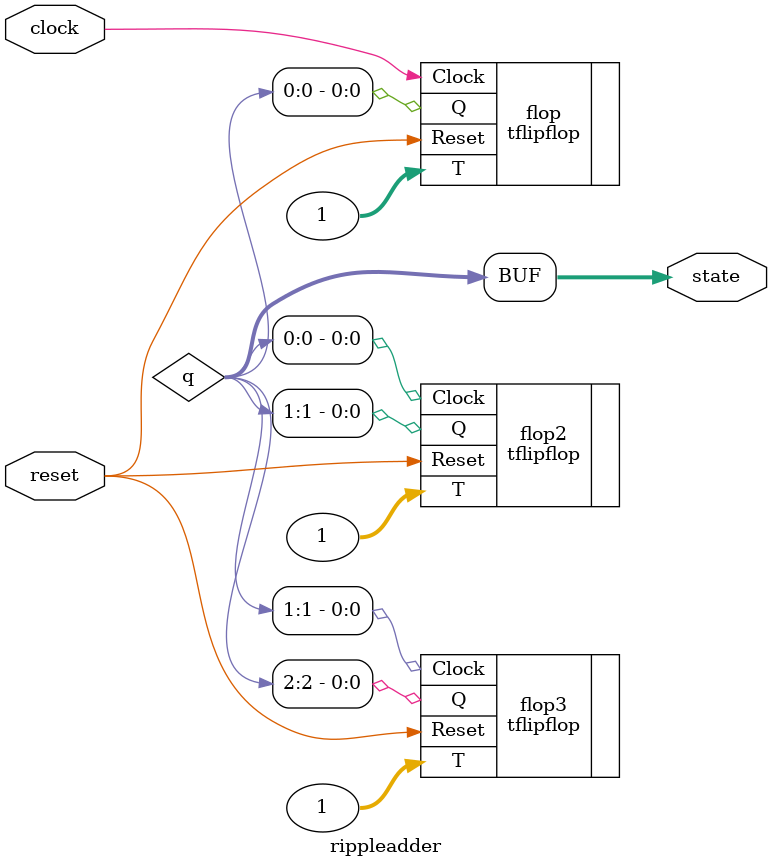
<source format=v>
module rippleadder(
    input clock,
    input reset,
    output [2:0]state
    );
    
wire [2:0]q;

tflipflop flop(
    .T(1),
    .Reset(reset),
    .Clock(clock),
    .Q(q[0])
);    

tflipflop flop2(
    .T(1),
    .Reset(reset),
    .Clock(q[0]),
    .Q(q[1])
);

tflipflop flop3(
    .T(1),
    .Reset(reset),
    .Clock(q[1]),
    .Q(q[2])
);

assign state = q;

endmodule

</source>
